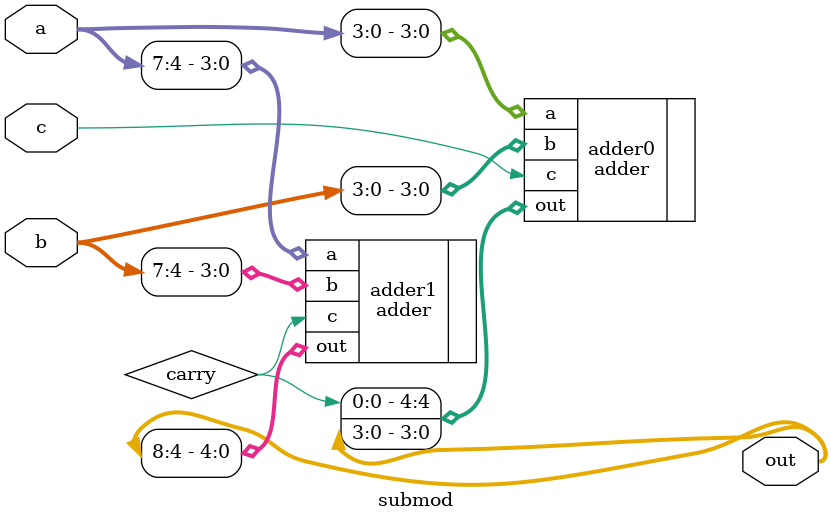
<source format=sv>
`default_nettype none

`include "adder.sv"

module submod (
    input var logic [7:0] a,
    input var logic [7:0] b,
    input var logic c,
    output var logic [8:0] out
);

    logic carry;

    adder #(
        .WIDTH(4)
    ) adder0 (
        .a  (a[3:0]),
        .b  (b[3:0]),
        .c  (c),
        .out({carry, out[3:0]})
    );

    adder #(
        .WIDTH(4)
    ) adder1 (
        .a  (a[7:4]),
        .b  (b[7:4]),
        .c  (carry),
        .out(out[8:4])
    );

endmodule

</source>
